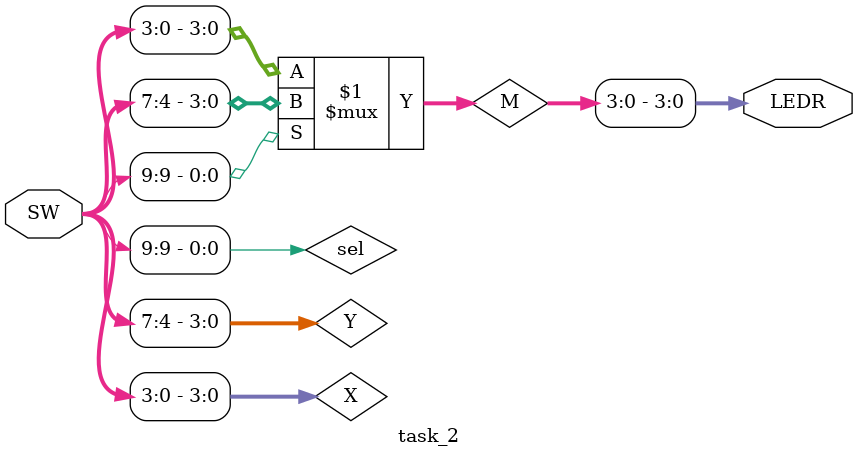
<source format=sv>
module task_2#(parameter WIDTH =4)(
  input [9:0]SW,
  output [9:0]LEDR
);
   
  wire [WIDTH-1:0]X;
  wire [WIDTH-1:0]Y;
  wire [WIDTH-1:0]M;
  wire sel ;
  
  assign X = SW[0+:WIDTH];
  assign Y = SW[4+:WIDTH];
  assign sel=SW[9];
  assign M = LEDR[0+:WIDTH];
  
  //simple implementaion 
  assign M = sel? Y : X;
 
//   // usong generate loop
  
//   genvar a_gv; 
//   generate
//     for( a_gv = 0 ; a_gv < WIDTH ;a_gv)
//       begin
//         assign M[a_gv] = sel ? Y[a_gv]? X[a_gv];
//       end
//     endgenerate 
  
endmodule
</source>
